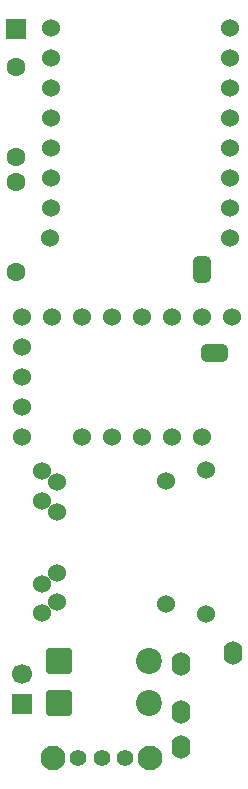
<source format=gbs>
G04 #@! TF.GenerationSoftware,KiCad,Pcbnew,9.0.2*
G04 #@! TF.CreationDate,2025-07-15T04:34:09-04:00*
G04 #@! TF.ProjectId,FBT,4642542e-6b69-4636-9164-5f7063625858,rev?*
G04 #@! TF.SameCoordinates,Original*
G04 #@! TF.FileFunction,Soldermask,Bot*
G04 #@! TF.FilePolarity,Negative*
%FSLAX46Y46*%
G04 Gerber Fmt 4.6, Leading zero omitted, Abs format (unit mm)*
G04 Created by KiCad (PCBNEW 9.0.2) date 2025-07-15 04:34:09*
%MOMM*%
%LPD*%
G01*
G04 APERTURE LIST*
G04 Aperture macros list*
%AMRoundRect*
0 Rectangle with rounded corners*
0 $1 Rounding radius*
0 $2 $3 $4 $5 $6 $7 $8 $9 X,Y pos of 4 corners*
0 Add a 4 corners polygon primitive as box body*
4,1,4,$2,$3,$4,$5,$6,$7,$8,$9,$2,$3,0*
0 Add four circle primitives for the rounded corners*
1,1,$1+$1,$2,$3*
1,1,$1+$1,$4,$5*
1,1,$1+$1,$6,$7*
1,1,$1+$1,$8,$9*
0 Add four rect primitives between the rounded corners*
20,1,$1+$1,$2,$3,$4,$5,0*
20,1,$1+$1,$4,$5,$6,$7,0*
20,1,$1+$1,$6,$7,$8,$9,0*
20,1,$1+$1,$8,$9,$2,$3,0*%
%AMFreePoly0*
4,1,23,0.500000,-0.750000,0.000000,-0.750000,0.000000,-0.745722,-0.065263,-0.745722,-0.191342,-0.711940,-0.304381,-0.646677,-0.396677,-0.554381,-0.461940,-0.441342,-0.495722,-0.315263,-0.495722,-0.250000,-0.500000,-0.250000,-0.500000,0.250000,-0.495722,0.250000,-0.495722,0.315263,-0.461940,0.441342,-0.396677,0.554381,-0.304381,0.646677,-0.191342,0.711940,-0.065263,0.745722,0.000000,0.745722,
0.000000,0.750000,0.500000,0.750000,0.500000,-0.750000,0.500000,-0.750000,$1*%
%AMFreePoly1*
4,1,23,0.000000,0.745722,0.065263,0.745722,0.191342,0.711940,0.304381,0.646677,0.396677,0.554381,0.461940,0.441342,0.495722,0.315263,0.495722,0.250000,0.500000,0.250000,0.500000,-0.250000,0.495722,-0.250000,0.495722,-0.315263,0.461940,-0.441342,0.396677,-0.554381,0.304381,-0.646677,0.191342,-0.711940,0.065263,-0.745722,0.000000,-0.745722,0.000000,-0.750000,-0.500000,-0.750000,
-0.500000,0.750000,0.000000,0.750000,0.000000,0.745722,0.000000,0.745722,$1*%
G04 Aperture macros list end*
%ADD10R,1.700000X1.700000*%
%ADD11C,2.100000*%
%ADD12C,1.400000*%
%ADD13C,1.524000*%
%ADD14O,1.600000X2.000000*%
%ADD15RoundRect,0.249999X-0.850001X-0.850001X0.850001X-0.850001X0.850001X0.850001X-0.850001X0.850001X0*%
%ADD16C,2.200000*%
%ADD17C,1.600000*%
%ADD18C,1.700000*%
%ADD19FreePoly0,270.000000*%
%ADD20FreePoly1,270.000000*%
%ADD21FreePoly0,180.000000*%
%ADD22FreePoly1,180.000000*%
G04 APERTURE END LIST*
G36*
X121550000Y-46100000D02*
G01*
X123050000Y-46100000D01*
X123050000Y-46400000D01*
X121550000Y-46400000D01*
X121550000Y-46100000D01*
G37*
G36*
X123500000Y-52600000D02*
G01*
X123200000Y-52600000D01*
X123200000Y-54100000D01*
X123500000Y-54100000D01*
X123500000Y-52600000D01*
G37*
D10*
X106553000Y-25908000D03*
D11*
X109700000Y-87600000D03*
X117900000Y-87600000D03*
D12*
X111800000Y-87600000D03*
X113800000Y-87600000D03*
X115800000Y-87600000D03*
D13*
X124841000Y-50292000D03*
X122301000Y-50292000D03*
X119761000Y-50292000D03*
X117221000Y-50292000D03*
X114681000Y-50292000D03*
X112141000Y-50292000D03*
X109601000Y-50292000D03*
X112141000Y-60452000D03*
X114681000Y-60452000D03*
X117221000Y-60452000D03*
X119761000Y-60452000D03*
X122301000Y-60452000D03*
D14*
X120494000Y-79700000D03*
X120494000Y-83700000D03*
X120494000Y-86700000D03*
X124894000Y-78700000D03*
D15*
X110236000Y-83000000D03*
D16*
X117856000Y-83000000D03*
D17*
X106553000Y-38862000D03*
X106553000Y-46482000D03*
D13*
X122645980Y-75456462D03*
X122645980Y-63256462D03*
X108745980Y-63356462D03*
X108745980Y-65856462D03*
X108745980Y-72856462D03*
X108745980Y-75356462D03*
X119250000Y-74550000D03*
X119250000Y-64150000D03*
X110050000Y-64250000D03*
X110050000Y-66750000D03*
X110050000Y-71950000D03*
X110050000Y-74450000D03*
D10*
X107061000Y-83058000D03*
D18*
X107061000Y-80518000D03*
D15*
X110236000Y-79375000D03*
D16*
X117856000Y-79375000D03*
D17*
X106553000Y-29083000D03*
X106553000Y-36703000D03*
D13*
X109514000Y-25785000D03*
X109514000Y-28325000D03*
X109514000Y-30865000D03*
X109514000Y-33405000D03*
X109514000Y-35945000D03*
X109514000Y-38485000D03*
X109514000Y-41025000D03*
X109474000Y-43565000D03*
X124714000Y-43565000D03*
X124714000Y-41025000D03*
X124714000Y-38485000D03*
X124714000Y-35945000D03*
X124714000Y-33405000D03*
X124714000Y-30865000D03*
X124714000Y-28325000D03*
X124714000Y-25785000D03*
X107036656Y-60457212D03*
X107036656Y-57917212D03*
X107036656Y-55377212D03*
X107036656Y-52837212D03*
X107036656Y-50297212D03*
D19*
X122300000Y-45600000D03*
D20*
X122300000Y-46900000D03*
D21*
X124000000Y-53350000D03*
D22*
X122700000Y-53350000D03*
M02*

</source>
